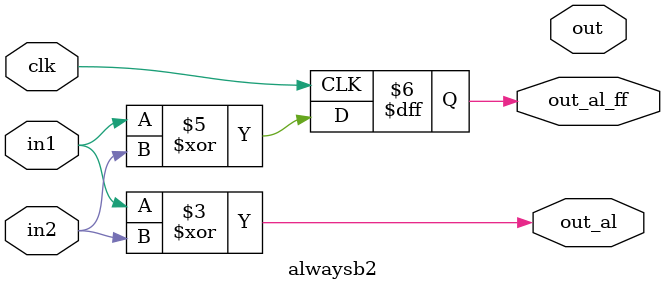
<source format=v>
`timescale 1ns / 1ps


module alwaysb2(
    input in1,in2,clk,
    output wire out,
    output reg out_al,
    output reg out_al_ff );
    assign out_assign = in1^in2;
    always @(*) out_al= in1^in2;
    always @(posedge clk) out_al_ff = in1^in2;
endmodule

</source>
